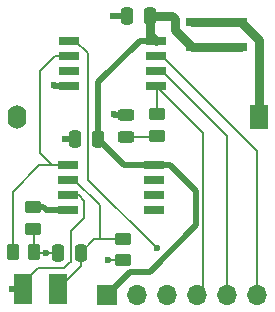
<source format=gbr>
%TF.GenerationSoftware,KiCad,Pcbnew,8.0.6*%
%TF.CreationDate,2024-10-19T09:18:50-03:00*%
%TF.ProjectId,keychain-uv-index,6b657963-6861-4696-9e2d-75762d696e64,rev?*%
%TF.SameCoordinates,Original*%
%TF.FileFunction,Copper,L1,Top*%
%TF.FilePolarity,Positive*%
%FSLAX46Y46*%
G04 Gerber Fmt 4.6, Leading zero omitted, Abs format (unit mm)*
G04 Created by KiCad (PCBNEW 8.0.6) date 2024-10-19 09:18:50*
%MOMM*%
%LPD*%
G01*
G04 APERTURE LIST*
G04 Aperture macros list*
%AMRoundRect*
0 Rectangle with rounded corners*
0 $1 Rounding radius*
0 $2 $3 $4 $5 $6 $7 $8 $9 X,Y pos of 4 corners*
0 Add a 4 corners polygon primitive as box body*
4,1,4,$2,$3,$4,$5,$6,$7,$8,$9,$2,$3,0*
0 Add four circle primitives for the rounded corners*
1,1,$1+$1,$2,$3*
1,1,$1+$1,$4,$5*
1,1,$1+$1,$6,$7*
1,1,$1+$1,$8,$9*
0 Add four rect primitives between the rounded corners*
20,1,$1+$1,$2,$3,$4,$5,0*
20,1,$1+$1,$4,$5,$6,$7,0*
20,1,$1+$1,$6,$7,$8,$9,0*
20,1,$1+$1,$8,$9,$2,$3,0*%
G04 Aperture macros list end*
%TA.AperFunction,SMDPad,CuDef*%
%ADD10RoundRect,0.250000X0.250000X0.475000X-0.250000X0.475000X-0.250000X-0.475000X0.250000X-0.475000X0*%
%TD*%
%TA.AperFunction,SMDPad,CuDef*%
%ADD11R,1.700000X0.650000*%
%TD*%
%TA.AperFunction,SMDPad,CuDef*%
%ADD12RoundRect,0.250000X0.450000X-0.262500X0.450000X0.262500X-0.450000X0.262500X-0.450000X-0.262500X0*%
%TD*%
%TA.AperFunction,ComponentPad*%
%ADD13R,1.700000X1.700000*%
%TD*%
%TA.AperFunction,ComponentPad*%
%ADD14O,1.700000X1.700000*%
%TD*%
%TA.AperFunction,SMDPad,CuDef*%
%ADD15R,1.050000X0.650000*%
%TD*%
%TA.AperFunction,SMDPad,CuDef*%
%ADD16RoundRect,0.250000X-0.250000X-0.475000X0.250000X-0.475000X0.250000X0.475000X-0.250000X0.475000X0*%
%TD*%
%TA.AperFunction,SMDPad,CuDef*%
%ADD17RoundRect,0.250000X0.262500X0.450000X-0.262500X0.450000X-0.262500X-0.450000X0.262500X-0.450000X0*%
%TD*%
%TA.AperFunction,SMDPad,CuDef*%
%ADD18R,1.500000X2.600000*%
%TD*%
%TA.AperFunction,SMDPad,CuDef*%
%ADD19RoundRect,0.250000X-0.450000X0.262500X-0.450000X-0.262500X0.450000X-0.262500X0.450000X0.262500X0*%
%TD*%
%TA.AperFunction,ComponentPad*%
%ADD20R,1.600000X2.000000*%
%TD*%
%TA.AperFunction,ComponentPad*%
%ADD21O,1.600000X2.000000*%
%TD*%
%TA.AperFunction,SMDPad,CuDef*%
%ADD22RoundRect,0.243750X-0.456250X0.243750X-0.456250X-0.243750X0.456250X-0.243750X0.456250X0.243750X0*%
%TD*%
%TA.AperFunction,ViaPad*%
%ADD23C,0.600000*%
%TD*%
%TA.AperFunction,Conductor*%
%ADD24C,0.200000*%
%TD*%
%TA.AperFunction,Conductor*%
%ADD25C,0.500000*%
%TD*%
%TA.AperFunction,Conductor*%
%ADD26C,0.750000*%
%TD*%
G04 APERTURE END LIST*
D10*
%TO.P,C1,2*%
%TO.N,GND*%
X74150000Y-46200000D03*
%TO.P,C1,1*%
%TO.N,VCC*%
X76050000Y-46200000D03*
%TD*%
D11*
%TO.P,U2,1*%
%TO.N,UVsignal*%
X69150000Y-58860000D03*
%TO.P,U2,2,-*%
%TO.N,Net-(D2-K)*%
X69150000Y-60130000D03*
%TO.P,U2,3,+*%
%TO.N,GND*%
X69150000Y-61400000D03*
%TO.P,U2,4,V-*%
X69150000Y-62670000D03*
%TO.P,U2,5*%
%TO.N,N/C*%
X76450000Y-62670000D03*
%TO.P,U2,6*%
X76450000Y-61400000D03*
%TO.P,U2,7*%
X76450000Y-60130000D03*
%TO.P,U2,8,V+*%
%TO.N,VCC*%
X76450000Y-58860000D03*
%TD*%
D12*
%TO.P,R4,1*%
%TO.N,Net-(C2-Pad2)*%
X66150000Y-64212500D03*
%TO.P,R4,2*%
%TO.N,GND*%
X66150000Y-62387500D03*
%TD*%
%TO.P,R2,1*%
%TO.N,Net-(D1-A)*%
X76650000Y-56375000D03*
%TO.P,R2,2*%
%TO.N,A*%
X76650000Y-54550000D03*
%TD*%
D13*
%TO.P,J1,1,Pin_1*%
%TO.N,VCC*%
X72450000Y-69800000D03*
D14*
%TO.P,J1,2,Pin_2*%
%TO.N,GND*%
X74990000Y-69800000D03*
%TO.P,J1,3,Pin_3*%
%TO.N,PB5-reset*%
X77530000Y-69800000D03*
%TO.P,J1,4,Pin_4*%
%TO.N,A*%
X80070000Y-69800000D03*
%TO.P,J1,5,Pin_5*%
%TO.N,B*%
X82610000Y-69800000D03*
%TO.P,J1,6,Pin_6*%
%TO.N,C*%
X85150000Y-69800000D03*
%TD*%
D15*
%TO.P,SW1,1,1*%
%TO.N,Net-(BT1-+)*%
X79625000Y-46725000D03*
X83775000Y-46725000D03*
%TO.P,SW1,2,2*%
%TO.N,VCC*%
X79625000Y-48875000D03*
X83775000Y-48875000D03*
%TD*%
D11*
%TO.P,U1,8,VCC*%
%TO.N,VCC*%
X76550000Y-48295000D03*
%TO.P,U1,7,PB2*%
%TO.N,C*%
X76550000Y-49565000D03*
%TO.P,U1,6,PB1*%
%TO.N,B*%
X76550000Y-50835000D03*
%TO.P,U1,5,AREF/PB0*%
%TO.N,A*%
X76550000Y-52105000D03*
%TO.P,U1,4,GND*%
%TO.N,GND*%
X69250000Y-52105000D03*
%TO.P,U1,3,XTAL2/PB4*%
%TO.N,unconnected-(U1-XTAL2{slash}PB4-Pad3)*%
X69250000Y-50835000D03*
%TO.P,U1,2,XTAL1/PB3*%
%TO.N,UVsignal*%
X69250000Y-49565000D03*
%TO.P,U1,1,~{RESET}/PB5*%
%TO.N,PB5-reset*%
X69250000Y-48295000D03*
%TD*%
D10*
%TO.P,C2,1*%
%TO.N,Net-(D2-K)*%
X70200000Y-66250000D03*
%TO.P,C2,2*%
%TO.N,Net-(C2-Pad2)*%
X68300000Y-66250000D03*
%TD*%
D16*
%TO.P,C3,1*%
%TO.N,GND*%
X69750000Y-56600000D03*
%TO.P,C3,2*%
%TO.N,VCC*%
X71650000Y-56600000D03*
%TD*%
D17*
%TO.P,R1,1*%
%TO.N,Net-(C2-Pad2)*%
X66262500Y-66200000D03*
%TO.P,R1,2*%
%TO.N,UVsignal*%
X64437500Y-66200000D03*
%TD*%
D18*
%TO.P,D2,1,K*%
%TO.N,Net-(D2-K)*%
X68275000Y-69300000D03*
%TO.P,D2,2,A*%
%TO.N,GND*%
X65275000Y-69300000D03*
%TD*%
D19*
%TO.P,R3,1*%
%TO.N,Net-(D2-K)*%
X73750000Y-65087500D03*
%TO.P,R3,2*%
%TO.N,Net-(C2-Pad2)*%
X73750000Y-66912500D03*
%TD*%
D20*
%TO.P,BT1,1,+*%
%TO.N,Net-(BT1-+)*%
X85300000Y-54800000D03*
D21*
%TO.P,BT1,2,-*%
%TO.N,GND*%
X64800000Y-54800000D03*
%TD*%
D22*
%TO.P,D1,1,K*%
%TO.N,GND*%
X74050000Y-54562500D03*
%TO.P,D1,2,A*%
%TO.N,Net-(D1-A)*%
X74050000Y-56437500D03*
%TD*%
D23*
%TO.N,PB5-reset*%
X76650000Y-65900000D03*
%TO.N,Net-(C2-Pad2)*%
X67300000Y-66250000D03*
X72500000Y-66900000D03*
%TO.N,GND*%
X67400000Y-62670000D03*
X64350000Y-69300000D03*
X68850000Y-56600000D03*
X73000000Y-54550000D03*
X67900000Y-52100000D03*
X72950000Y-46200000D03*
%TD*%
D24*
%TO.N,C*%
X85150000Y-57640000D02*
X85150000Y-69800000D01*
X77075000Y-49565000D02*
X85150000Y-57640000D01*
X76550000Y-49565000D02*
X77075000Y-49565000D01*
%TO.N,B*%
X82610000Y-56370000D02*
X82610000Y-69800000D01*
X77075000Y-50835000D02*
X82610000Y-56370000D01*
X76550000Y-50835000D02*
X77075000Y-50835000D01*
%TO.N,A*%
X80550000Y-69320000D02*
X80070000Y-69800000D01*
X80550000Y-56105000D02*
X80550000Y-69320000D01*
X76550000Y-52105000D02*
X80550000Y-56105000D01*
%TO.N,PB5-reset*%
X70850000Y-49390000D02*
X70850000Y-60100000D01*
X69755000Y-48295000D02*
X70850000Y-49390000D01*
X70850000Y-60100000D02*
X76650000Y-65900000D01*
X69250000Y-48295000D02*
X69755000Y-48295000D01*
%TO.N,A*%
X76650000Y-54550000D02*
X76650000Y-52205000D01*
X76650000Y-52205000D02*
X76550000Y-52105000D01*
%TO.N,Net-(D1-A)*%
X76587500Y-56437500D02*
X76650000Y-56375000D01*
X74050000Y-56437500D02*
X76587500Y-56437500D01*
%TO.N,Net-(C2-Pad2)*%
X67300000Y-66250000D02*
X66312500Y-66250000D01*
X72512500Y-66912500D02*
X72500000Y-66900000D01*
X73750000Y-66912500D02*
X72512500Y-66912500D01*
X66312500Y-66250000D02*
X66262500Y-66200000D01*
X68300000Y-66250000D02*
X67300000Y-66250000D01*
X66262500Y-64325000D02*
X66150000Y-64212500D01*
X66262500Y-66200000D02*
X66262500Y-64325000D01*
%TO.N,Net-(D2-K)*%
X69675000Y-60130000D02*
X71800000Y-62255000D01*
X71800000Y-65087500D02*
X71362500Y-65087500D01*
X69150000Y-60130000D02*
X69675000Y-60130000D01*
X73750000Y-65087500D02*
X71800000Y-65087500D01*
X71800000Y-62255000D02*
X71800000Y-65087500D01*
X71362500Y-65087500D02*
X70200000Y-66250000D01*
X70200000Y-67375000D02*
X70200000Y-66250000D01*
X68275000Y-69300000D02*
X70200000Y-67375000D01*
%TO.N,GND*%
X66550000Y-67550000D02*
X65275000Y-68825000D01*
X68800000Y-67550000D02*
X66550000Y-67550000D01*
X69300000Y-67050000D02*
X68800000Y-67550000D01*
X69350000Y-67050000D02*
X69300000Y-67050000D01*
X69350000Y-64450000D02*
X69350000Y-67050000D01*
X65275000Y-68825000D02*
X65275000Y-69300000D01*
X70500000Y-63300000D02*
X69350000Y-64450000D01*
X70050000Y-61400000D02*
X70500000Y-61850000D01*
X69150000Y-61400000D02*
X70050000Y-61400000D01*
X70500000Y-61850000D02*
X70500000Y-63300000D01*
%TO.N,UVsignal*%
X64437500Y-61112500D02*
X64437500Y-66200000D01*
X66690000Y-58860000D02*
X64437500Y-61112500D01*
X67760000Y-58860000D02*
X66690000Y-58860000D01*
X68035000Y-49565000D02*
X69250000Y-49565000D01*
X66750000Y-57850000D02*
X66750000Y-50850000D01*
X67760000Y-58860000D02*
X66750000Y-57850000D01*
X66750000Y-50850000D02*
X68035000Y-49565000D01*
X69150000Y-58860000D02*
X67760000Y-58860000D01*
D25*
%TO.N,GND*%
X67400000Y-62670000D02*
X69150000Y-62670000D01*
X67320000Y-62670000D02*
X67400000Y-62670000D01*
X67037500Y-62387500D02*
X67320000Y-62670000D01*
X66150000Y-62387500D02*
X67037500Y-62387500D01*
X65275000Y-69300000D02*
X64350000Y-69300000D01*
X69750000Y-56600000D02*
X68850000Y-56600000D01*
X73012500Y-54562500D02*
X73000000Y-54550000D01*
X74050000Y-54562500D02*
X73012500Y-54562500D01*
X69250000Y-52105000D02*
X68150000Y-52105000D01*
X67905000Y-52105000D02*
X67900000Y-52100000D01*
X74150000Y-46200000D02*
X72950000Y-46200000D01*
%TO.N,VCC*%
X77800000Y-58860000D02*
X76450000Y-58860000D01*
X80000000Y-63950000D02*
X80000000Y-61060000D01*
X76075000Y-67875000D02*
X80000000Y-63950000D01*
X74375000Y-67875000D02*
X76075000Y-67875000D01*
X72450000Y-69800000D02*
X74375000Y-67875000D01*
X80000000Y-61060000D02*
X77800000Y-58860000D01*
X73910000Y-58860000D02*
X76450000Y-58860000D01*
X71650000Y-56600000D02*
X73910000Y-58860000D01*
X75200000Y-48295000D02*
X76550000Y-48295000D01*
X71650000Y-51845000D02*
X75200000Y-48295000D01*
X71650000Y-56600000D02*
X71650000Y-51845000D01*
D26*
X76050000Y-47795000D02*
X76550000Y-48295000D01*
X76050000Y-46200000D02*
X76050000Y-47795000D01*
X78150000Y-46450000D02*
X77900000Y-46200000D01*
X78150000Y-47400000D02*
X78150000Y-46450000D01*
X79625000Y-48875000D02*
X78150000Y-47400000D01*
X77900000Y-46200000D02*
X76050000Y-46200000D01*
%TO.N,Net-(BT1-+)*%
X83775000Y-46725000D02*
X79625000Y-46725000D01*
X85300000Y-54800000D02*
X85300000Y-48250000D01*
X85300000Y-48250000D02*
X83775000Y-46725000D01*
%TO.N,VCC*%
X79625000Y-48875000D02*
X83775000Y-48875000D01*
%TD*%
M02*

</source>
